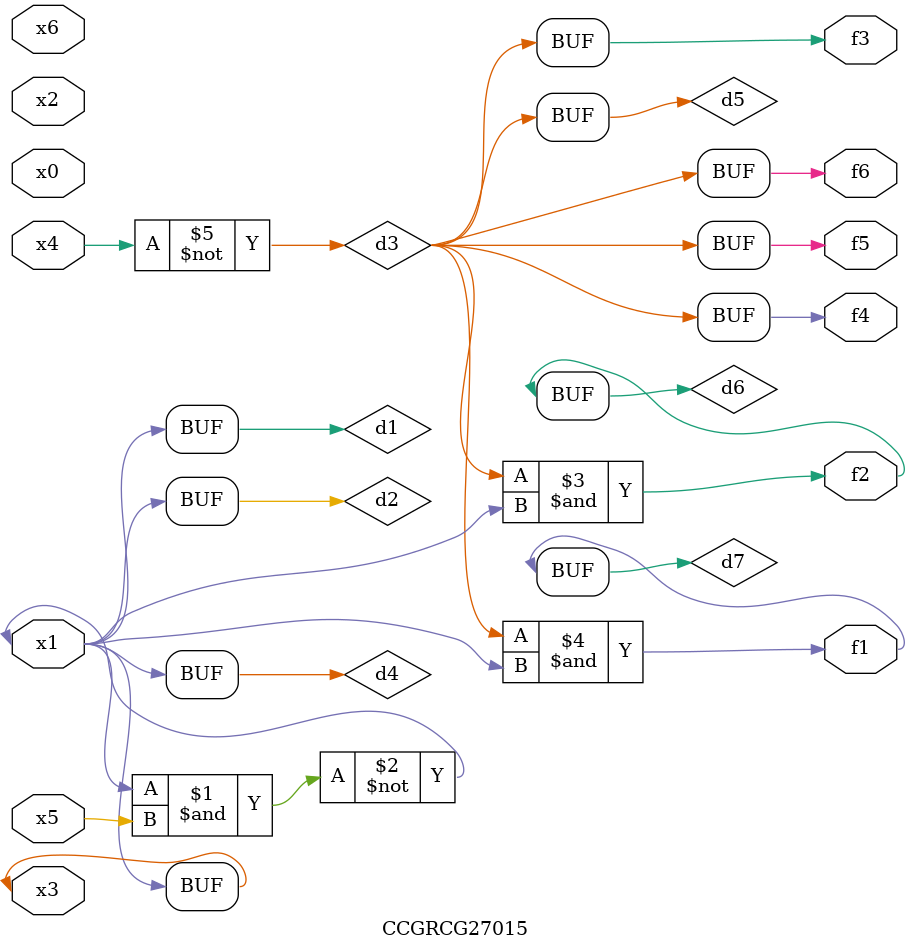
<source format=v>
module CCGRCG27015(
	input x0, x1, x2, x3, x4, x5, x6,
	output f1, f2, f3, f4, f5, f6
);

	wire d1, d2, d3, d4, d5, d6, d7;

	buf (d1, x1, x3);
	nand (d2, x1, x5);
	not (d3, x4);
	buf (d4, d1, d2);
	buf (d5, d3);
	and (d6, d3, d4);
	and (d7, d3, d4);
	assign f1 = d7;
	assign f2 = d6;
	assign f3 = d5;
	assign f4 = d5;
	assign f5 = d5;
	assign f6 = d5;
endmodule

</source>
